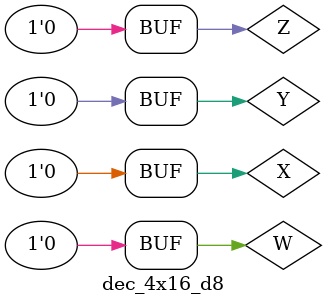
<source format=v>
`timescale 1ns / 1ps


module dec_4x16_d8;

	// Inputs
	reg X;
	reg Y;
	reg Z;
	reg W;

	// Outputs
	wire [15:0] D;

	// Instantiate the Unit Under Test (UUT)
	dec_4x16_d_fault8 uut (
		.D(D), 
		.X(X), 
		.Y(Y), 
		.Z(Z), 
		.W(W)
	);

	initial begin
		// Initialize Inputs
		X = 0;
		Y = 0;
		Z = 0;
		W = 0;

		// Wait 100 ns for global reset to finish
		#100;
        
		// Add stimulus here

	end
      
endmodule


</source>
